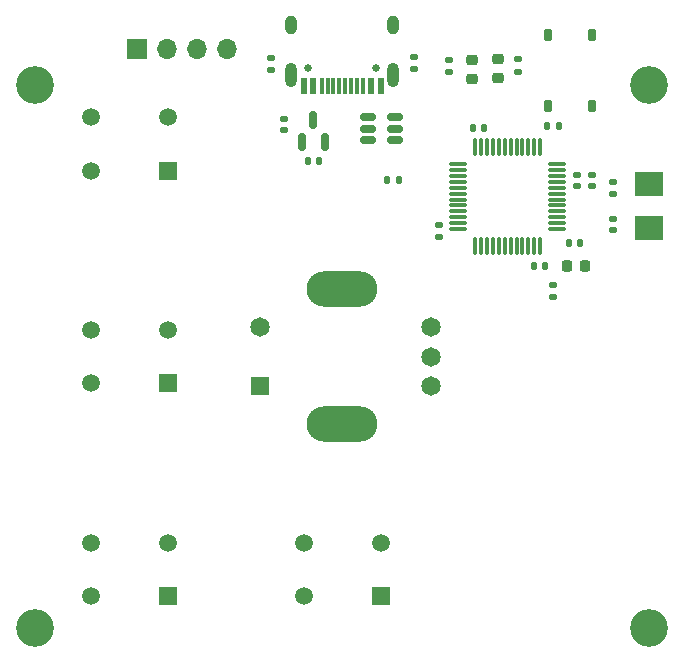
<source format=gts>
G04 #@! TF.GenerationSoftware,KiCad,Pcbnew,(6.0.1-0)*
G04 #@! TF.CreationDate,2022-07-10T21:45:09+01:00*
G04 #@! TF.ProjectId,Spinny,5370696e-6e79-42e6-9b69-6361645f7063,rev?*
G04 #@! TF.SameCoordinates,Original*
G04 #@! TF.FileFunction,Soldermask,Top*
G04 #@! TF.FilePolarity,Negative*
%FSLAX46Y46*%
G04 Gerber Fmt 4.6, Leading zero omitted, Abs format (unit mm)*
G04 Created by KiCad (PCBNEW (6.0.1-0)) date 2022-07-10 21:45:09*
%MOMM*%
%LPD*%
G01*
G04 APERTURE LIST*
G04 Aperture macros list*
%AMRoundRect*
0 Rectangle with rounded corners*
0 $1 Rounding radius*
0 $2 $3 $4 $5 $6 $7 $8 $9 X,Y pos of 4 corners*
0 Add a 4 corners polygon primitive as box body*
4,1,4,$2,$3,$4,$5,$6,$7,$8,$9,$2,$3,0*
0 Add four circle primitives for the rounded corners*
1,1,$1+$1,$2,$3*
1,1,$1+$1,$4,$5*
1,1,$1+$1,$6,$7*
1,1,$1+$1,$8,$9*
0 Add four rect primitives between the rounded corners*
20,1,$1+$1,$2,$3,$4,$5,0*
20,1,$1+$1,$4,$5,$6,$7,0*
20,1,$1+$1,$6,$7,$8,$9,0*
20,1,$1+$1,$8,$9,$2,$3,0*%
G04 Aperture macros list end*
%ADD10R,1.508000X1.508000*%
%ADD11C,1.508000*%
%ADD12RoundRect,0.218750X-0.256250X0.218750X-0.256250X-0.218750X0.256250X-0.218750X0.256250X0.218750X0*%
%ADD13C,3.200000*%
%ADD14RoundRect,0.135000X-0.185000X0.135000X-0.185000X-0.135000X0.185000X-0.135000X0.185000X0.135000X0*%
%ADD15RoundRect,0.140000X-0.140000X-0.170000X0.140000X-0.170000X0.140000X0.170000X-0.140000X0.170000X0*%
%ADD16R,1.650000X1.650000*%
%ADD17C,1.650000*%
%ADD18O,6.000000X3.000000*%
%ADD19R,2.400000X2.000000*%
%ADD20RoundRect,0.075000X0.662500X0.075000X-0.662500X0.075000X-0.662500X-0.075000X0.662500X-0.075000X0*%
%ADD21RoundRect,0.075000X0.075000X0.662500X-0.075000X0.662500X-0.075000X-0.662500X0.075000X-0.662500X0*%
%ADD22C,0.650000*%
%ADD23R,0.600000X1.450000*%
%ADD24R,0.300000X1.450000*%
%ADD25O,1.000000X2.100000*%
%ADD26O,1.000000X1.600000*%
%ADD27RoundRect,0.150000X0.150000X-0.587500X0.150000X0.587500X-0.150000X0.587500X-0.150000X-0.587500X0*%
%ADD28RoundRect,0.140000X0.140000X0.170000X-0.140000X0.170000X-0.140000X-0.170000X0.140000X-0.170000X0*%
%ADD29RoundRect,0.140000X-0.170000X0.140000X-0.170000X-0.140000X0.170000X-0.140000X0.170000X0.140000X0*%
%ADD30RoundRect,0.140000X0.170000X-0.140000X0.170000X0.140000X-0.170000X0.140000X-0.170000X-0.140000X0*%
%ADD31RoundRect,0.135000X-0.135000X-0.185000X0.135000X-0.185000X0.135000X0.185000X-0.135000X0.185000X0*%
%ADD32RoundRect,0.225000X-0.225000X-0.250000X0.225000X-0.250000X0.225000X0.250000X-0.225000X0.250000X0*%
%ADD33RoundRect,0.135000X0.185000X-0.135000X0.185000X0.135000X-0.185000X0.135000X-0.185000X-0.135000X0*%
%ADD34RoundRect,0.150000X-0.512500X-0.150000X0.512500X-0.150000X0.512500X0.150000X-0.512500X0.150000X0*%
%ADD35R,1.700000X1.700000*%
%ADD36O,1.700000X1.700000*%
%ADD37RoundRect,0.187500X0.187500X-0.312500X0.187500X0.312500X-0.187500X0.312500X-0.187500X-0.312500X0*%
G04 APERTURE END LIST*
D10*
X135250000Y-102250000D03*
D11*
X135250000Y-97750000D03*
X128750000Y-102250000D03*
X128750000Y-97750000D03*
D12*
X160950000Y-74877500D03*
X160950000Y-76452500D03*
D11*
X135250000Y-115750000D03*
D10*
X135250000Y-120250000D03*
D11*
X128750000Y-120250000D03*
X128750000Y-115750000D03*
D13*
X124000000Y-123000000D03*
D14*
X167850000Y-93940000D03*
X167850000Y-94960000D03*
D15*
X161050000Y-80600000D03*
X162010000Y-80600000D03*
X167370000Y-80450000D03*
X168330000Y-80450000D03*
D16*
X143000000Y-102500000D03*
D17*
X143000000Y-97500000D03*
X157500000Y-102500000D03*
X157500000Y-97500000D03*
X157500000Y-100000000D03*
D18*
X150000000Y-105700000D03*
X150000000Y-94300000D03*
D19*
X175950000Y-89100000D03*
X175950000Y-85400000D03*
D11*
X135250000Y-79750000D03*
D10*
X135250000Y-84250000D03*
D11*
X128750000Y-79750000D03*
X128750000Y-84250000D03*
D13*
X176000000Y-77000000D03*
D20*
X168162500Y-89200000D03*
X168162500Y-88700000D03*
X168162500Y-88200000D03*
X168162500Y-87700000D03*
X168162500Y-87200000D03*
X168162500Y-86700000D03*
X168162500Y-86200000D03*
X168162500Y-85700000D03*
X168162500Y-85200000D03*
X168162500Y-84700000D03*
X168162500Y-84200000D03*
X168162500Y-83700000D03*
D21*
X166750000Y-82287500D03*
X166250000Y-82287500D03*
X165750000Y-82287500D03*
X165250000Y-82287500D03*
X164750000Y-82287500D03*
X164250000Y-82287500D03*
X163750000Y-82287500D03*
X163250000Y-82287500D03*
X162750000Y-82287500D03*
X162250000Y-82287500D03*
X161750000Y-82287500D03*
X161250000Y-82287500D03*
D20*
X159837500Y-83700000D03*
X159837500Y-84200000D03*
X159837500Y-84700000D03*
X159837500Y-85200000D03*
X159837500Y-85700000D03*
X159837500Y-86200000D03*
X159837500Y-86700000D03*
X159837500Y-87200000D03*
X159837500Y-87700000D03*
X159837500Y-88200000D03*
X159837500Y-88700000D03*
X159837500Y-89200000D03*
D21*
X161250000Y-90612500D03*
X161750000Y-90612500D03*
X162250000Y-90612500D03*
X162750000Y-90612500D03*
X163250000Y-90612500D03*
X163750000Y-90612500D03*
X164250000Y-90612500D03*
X164750000Y-90612500D03*
X165250000Y-90612500D03*
X165750000Y-90612500D03*
X166250000Y-90612500D03*
X166750000Y-90612500D03*
D22*
X152890000Y-75600000D03*
X147110000Y-75600000D03*
D23*
X153250000Y-77045000D03*
X152450000Y-77045000D03*
D24*
X151250000Y-77045000D03*
X150250000Y-77045000D03*
X149750000Y-77045000D03*
X148750000Y-77045000D03*
D23*
X147550000Y-77045000D03*
X146750000Y-77045000D03*
X146750000Y-77045000D03*
X147550000Y-77045000D03*
D24*
X148250000Y-77045000D03*
X149250000Y-77045000D03*
X150750000Y-77045000D03*
X151750000Y-77045000D03*
D23*
X152450000Y-77045000D03*
X153250000Y-77045000D03*
D25*
X154320000Y-76130000D03*
X145680000Y-76130000D03*
D26*
X145680000Y-71950000D03*
X154320000Y-71950000D03*
D27*
X146600000Y-81800000D03*
X148500000Y-81800000D03*
X147550000Y-79925000D03*
D28*
X167180000Y-92300000D03*
X166220000Y-92300000D03*
D14*
X164850000Y-74840000D03*
X164850000Y-75860000D03*
D15*
X169200000Y-90400000D03*
X170160000Y-90400000D03*
D12*
X163150000Y-74840000D03*
X163150000Y-76415000D03*
D29*
X171150000Y-84600000D03*
X171150000Y-85560000D03*
X172950000Y-88350000D03*
X172950000Y-89310000D03*
X145100000Y-79840000D03*
X145100000Y-80800000D03*
D13*
X124000000Y-77000000D03*
D14*
X156050000Y-74590000D03*
X156050000Y-75610000D03*
X159000000Y-74850000D03*
X159000000Y-75870000D03*
D30*
X172950000Y-86186000D03*
X172950000Y-85226000D03*
D31*
X153790000Y-85070000D03*
X154810000Y-85070000D03*
D13*
X176000000Y-123000000D03*
D32*
X169000000Y-92300000D03*
X170550000Y-92300000D03*
D33*
X143950000Y-75720000D03*
X143950000Y-74700000D03*
D30*
X158150000Y-89850000D03*
X158150000Y-88890000D03*
D34*
X152212500Y-79750000D03*
X152212500Y-80700000D03*
X152212500Y-81650000D03*
X154487500Y-81650000D03*
X154487500Y-80700000D03*
X154487500Y-79750000D03*
D29*
X169900000Y-84600000D03*
X169900000Y-85560000D03*
D35*
X132600000Y-73990000D03*
D36*
X135140000Y-73990000D03*
X137680000Y-73990000D03*
X140220000Y-73990000D03*
D28*
X148060000Y-83400000D03*
X147100000Y-83400000D03*
D10*
X153250000Y-120250000D03*
D11*
X153250000Y-115750000D03*
X146750000Y-115750000D03*
X146750000Y-120250000D03*
D37*
X167375000Y-78800000D03*
X171125000Y-78800000D03*
X171125000Y-72800000D03*
X167375000Y-72800000D03*
M02*

</source>
